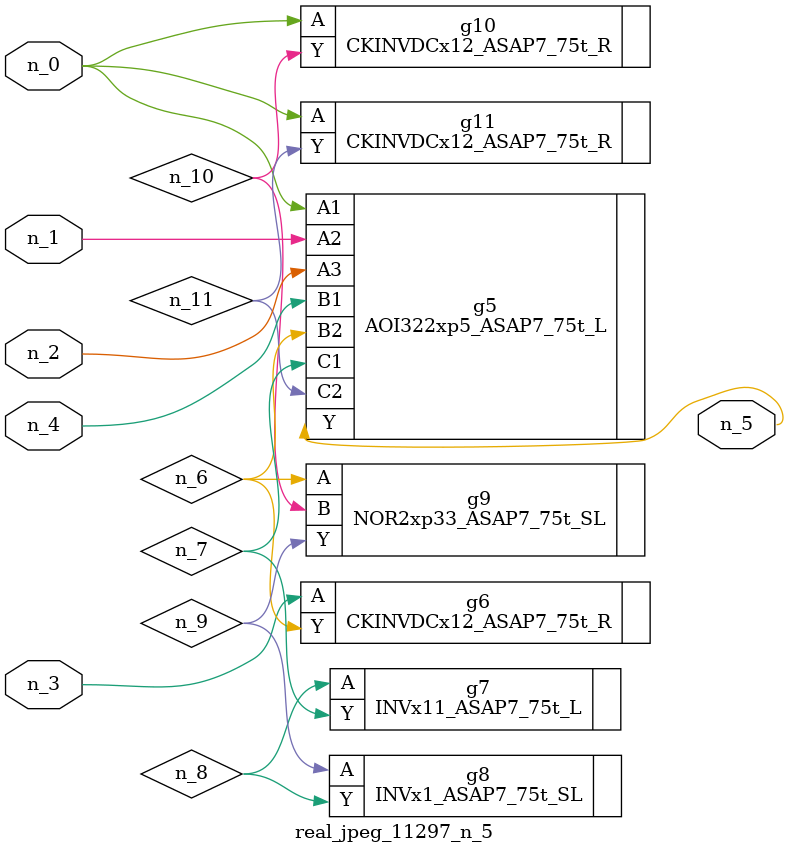
<source format=v>
module real_jpeg_11297_n_5 (n_4, n_0, n_1, n_2, n_3, n_5);

input n_4;
input n_0;
input n_1;
input n_2;
input n_3;

output n_5;

wire n_8;
wire n_11;
wire n_6;
wire n_7;
wire n_10;
wire n_9;

AOI322xp5_ASAP7_75t_L g5 ( 
.A1(n_0),
.A2(n_1),
.A3(n_2),
.B1(n_4),
.B2(n_6),
.C1(n_7),
.C2(n_11),
.Y(n_5)
);

CKINVDCx12_ASAP7_75t_R g10 ( 
.A(n_0),
.Y(n_10)
);

CKINVDCx12_ASAP7_75t_R g11 ( 
.A(n_0),
.Y(n_11)
);

CKINVDCx12_ASAP7_75t_R g6 ( 
.A(n_3),
.Y(n_6)
);

NOR2xp33_ASAP7_75t_SL g9 ( 
.A(n_6),
.B(n_10),
.Y(n_9)
);

INVx11_ASAP7_75t_L g7 ( 
.A(n_8),
.Y(n_7)
);

INVx1_ASAP7_75t_SL g8 ( 
.A(n_9),
.Y(n_8)
);


endmodule
</source>
